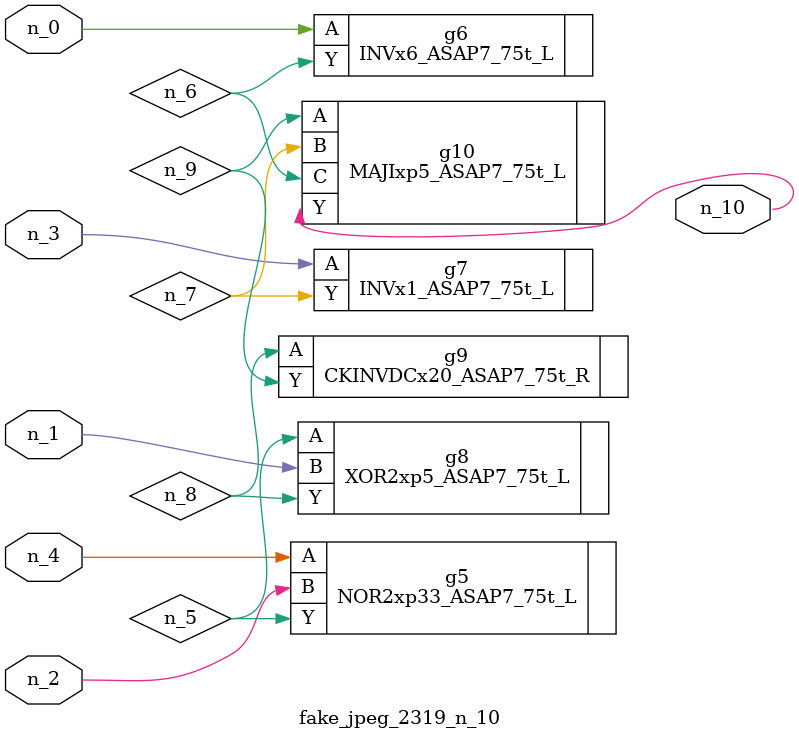
<source format=v>
module fake_jpeg_2319_n_10 (n_3, n_2, n_1, n_0, n_4, n_10);

input n_3;
input n_2;
input n_1;
input n_0;
input n_4;

output n_10;

wire n_8;
wire n_9;
wire n_6;
wire n_5;
wire n_7;

NOR2xp33_ASAP7_75t_L g5 ( 
.A(n_4),
.B(n_2),
.Y(n_5)
);

INVx6_ASAP7_75t_L g6 ( 
.A(n_0),
.Y(n_6)
);

INVx1_ASAP7_75t_L g7 ( 
.A(n_3),
.Y(n_7)
);

XOR2xp5_ASAP7_75t_L g8 ( 
.A(n_5),
.B(n_1),
.Y(n_8)
);

CKINVDCx20_ASAP7_75t_R g9 ( 
.A(n_8),
.Y(n_9)
);

MAJIxp5_ASAP7_75t_L g10 ( 
.A(n_9),
.B(n_7),
.C(n_6),
.Y(n_10)
);


endmodule
</source>
